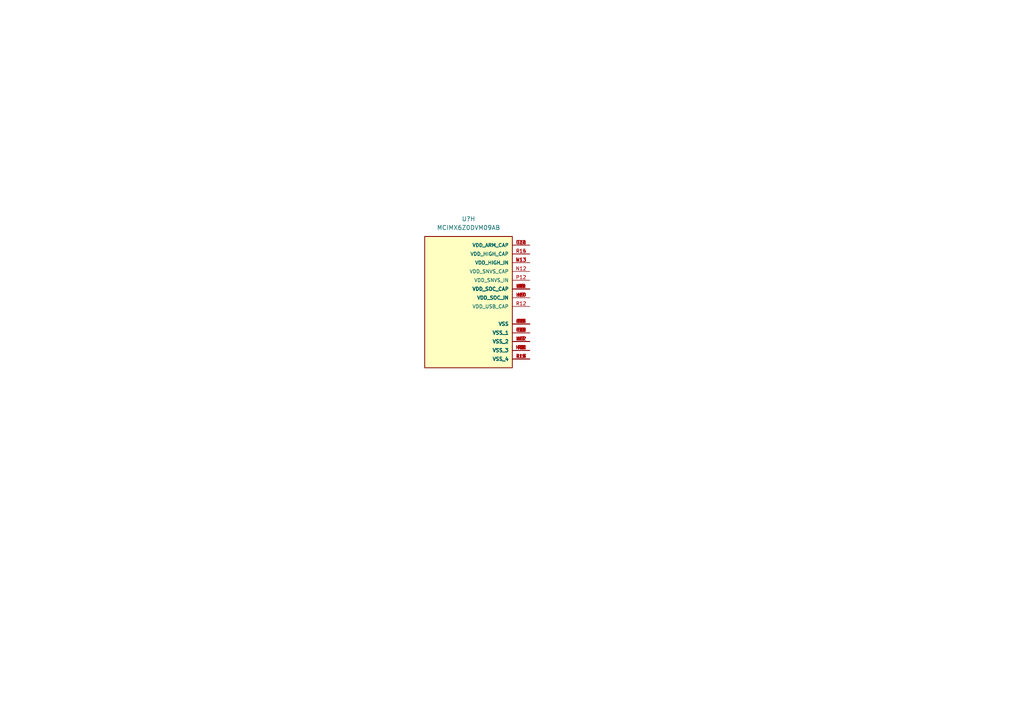
<source format=kicad_sch>
(kicad_sch (version 20211123) (generator eeschema)
  (paper "A4")
  (lib_symbols
    (symbol "MCIMX6Z0DVM09AB:MCIMX6Z0DVM09AB" (pin_names (offset 1.016))
      (property "Reference" "U" (at -33.02 31.75 0))
      (property "Value" "MCIMX6Z0DVM09AB" (at -33.02 -31.75 0))
      (symbol "MCIMX6Z0DVM09AB_1_0"
        (rectangle (start -33.02 -30.48) (end 33.02 30.48) (stroke (width 0.254)) (fill (type background)))
        (pin input clock (at -38.1 -5.08 0) (length 5.08) (name "I2C2_SCL") (number "F17"))
        (pin bidirectional line (at -38.1 -7.62 0) (length 5.08) (name "I2C2_SDA") (number "G13"))
        (pin power_in line (at 38.1 -27.94 180) (length 5.08) (name "NGND_KEL0") (number "M12"))
        (pin input clock (at 38.1 -10.16 180) (length 5.08) (name "JTAG_TCK") (number "M14"))
        (pin input line (at 38.1 -20.32 180) (length 5.08) (name "JTAG_TRST_B") (number "N14"))
        (pin output line (at 38.1 -15.24 180) (length 5.08) (name "JTAG_TDO") (number "N15"))
        (pin input line (at 38.1 -12.7 180) (length 5.08) (name "JTAG_TDI") (number "N16"))
        (pin input line (at -38.1 17.78 0) (length 5.08) (name "TEST_MODE") (number "N7"))
        (pin power_in line (at 38.1 27.94 180) (length 5.08) (name "NVCC_PLL") (number "P13"))
        (pin input line (at 38.1 -17.78 180) (length 5.08) (name "JTAG_TMS") (number "P14"))
        (pin input line (at 38.1 -7.62 180) (length 5.08) (name "JTAG_MOD") (number "P15"))
        (pin input clock (at -38.1 5.08 0) (length 5.08) (name "CCM_CLK1_N") (number "P16"))
        (pin input clock (at -38.1 2.54 0) (length 5.08) (name "CCM_CLK1_P") (number "P17"))
        (pin input line (at -38.1 20.32 0) (length 5.08) (name "POR_B") (number "P8"))
        (pin bidirectional line (at 38.1 22.86 180) (length 5.08) (name "GPANIO") (number "R13"))
        (pin input line (at -38.1 22.86 0) (length 5.08) (name "ONOFF") (number "R8"))
        (pin input line (at -38.1 12.7 0) (length 5.08) (name "BOOT_MODE0") (number "T10"))
        (pin input line (at -38.1 -20.32 0) (length 5.08) (name "RTC_XTALI") (number "T11"))
        (pin power_in line (at 38.1 5.08 180) (length 5.08) (name "USB_OTG1_VBUS") (number "T12"))
        (pin bidirectional line (at 38.1 2.54 180) (length 5.08) (name "USB_OTG2_DN") (number "T13"))
        (pin bidirectional line (at 38.1 10.16 180) (length 5.08) (name "USB_OTG1_DN") (number "T15"))
        (pin input line (at -38.1 -12.7 0) (length 5.08) (name "XTALI") (number "T16"))
        (pin output line (at -38.1 -15.24 0) (length 5.08) (name "XTALO") (number "T17"))
        (pin output line (at 38.1 17.78 180) (length 5.08) (name "SNVS_PMIC_ON_REQ") (number "T9"))
        (pin input line (at -38.1 10.16 0) (length 5.08) (name "BOOT_MODE1") (number "U10"))
        (pin output line (at -38.1 -22.86 0) (length 5.08) (name "RTC_XTALO") (number "U11"))
        (pin power_in line (at 38.1 -2.54 180) (length 5.08) (name "USB_OTG2_VBUS") (number "U12"))
        (pin bidirectional line (at 38.1 0 180) (length 5.08) (name "USB_OTG2_DP") (number "U13"))
        (pin bidirectional line (at 38.1 7.62 180) (length 5.08) (name "USB_OTG1_DP") (number "U15"))
        (pin bidirectional line (at 38.1 12.7 180) (length 5.08) (name "USB_OTG1_CHD_B") (number "U16"))
        (pin output line (at -38.1 0 0) (length 5.08) (name "CCM_PMIC_STBY_REQ") (number "U9"))
      )
      (symbol "MCIMX6Z0DVM09AB_2_0"
        (rectangle (start -25.4 -48.26) (end 25.4 45.72) (stroke (width 0.254)) (fill (type background)))
        (pin output line (at 30.48 17.78 180) (length 5.08) (name "DRAM_ODT1") (number "F1"))
        (pin output line (at 30.48 -43.18 180) (length 5.08) (name "DRAM_ADDR14") (number "G1"))
        (pin output line (at 30.48 -22.86 180) (length 5.08) (name "DRAM_ADDR06") (number "G2"))
        (pin output line (at 30.48 12.7 180) (length 5.08) (name "DRAM_RESET") (number "G4"))
        (pin power_in line (at 30.48 40.64 180) (length 5.08) (name "NVCC_DRAM") (number "G6"))
        (pin output line (at 30.48 7.62 180) (length 5.08) (name "DRAM_SDBA1") (number "H1"))
        (pin output line (at 30.48 -10.16 180) (length 5.08) (name "DRAM_ADDR01") (number "H2"))
        (pin output line (at 30.48 -40.64 180) (length 5.08) (name "DRAM_ADDR13") (number "H3"))
        (pin output line (at 30.48 -25.4 180) (length 5.08) (name "DRAM_ADDR07") (number "H4"))
        (pin output line (at 30.48 27.94 180) (length 5.08) (name "DRAM_CS1_B") (number "H5"))
        (pin power_in line (at 30.48 40.64 180) (length 5.08) (name "NVCC_DRAM") (number "H6"))
        (pin output line (at 30.48 -2.54 180) (length 5.08) (name "DRAM_SDWE_B") (number "J1"))
        (pin output line (at 30.48 33.02 180) (length 5.08) (name "DRAM_CAS_B") (number "J2"))
        (pin output line (at 30.48 0 180) (length 5.08) (name "DRAM_SDCKE1") (number "J3"))
        (pin output line (at 30.48 -27.94 180) (length 5.08) (name "DRAM_ADDR08") (number "J4"))
        (pin power_in line (at 30.48 40.64 180) (length 5.08) (name "NVCC_DRAM") (number "J6"))
        (pin output line (at 30.48 -12.7 180) (length 5.08) (name "DRAM_ADDR02") (number "K1"))
        (pin output line (at 30.48 5.08 180) (length 5.08) (name "DRAM_SDBA2") (number "K2"))
        (pin output line (at 30.48 -35.56 180) (length 5.08) (name "DRAM_ADDR11") (number "K3"))
        (pin output line (at 30.48 -17.78 180) (length 5.08) (name "DRAM_ADDR04") (number "K4"))
        (pin output line (at 30.48 -45.72 180) (length 5.08) (name "DRAM_ADDR15") (number "K5"))
        (pin power_in line (at 30.48 40.64 180) (length 5.08) (name "NVCC_DRAM") (number "K6"))
        (pin output line (at 30.48 -20.32 180) (length 5.08) (name "DRAM_ADDR05") (number "L1"))
        (pin output line (at 30.48 -30.48 180) (length 5.08) (name "DRAM_ADDR09") (number "L2"))
        (pin output line (at 30.48 -38.1 180) (length 5.08) (name "DRAM_ADDR12") (number "L4"))
        (pin output line (at 30.48 -7.62 180) (length 5.08) (name "DRAM_ADDR00") (number "L5"))
        (pin power_in line (at 30.48 40.64 180) (length 5.08) (name "NVCC_DRAM") (number "L6"))
        (pin output line (at 30.48 10.16 180) (length 5.08) (name "DRAM_SDBA0") (number "M1"))
        (pin output line (at 30.48 -15.24 180) (length 5.08) (name "DRAM_ADDR03") (number "M2"))
        (pin output line (at 30.48 2.54 180) (length 5.08) (name "DRAM_SDCKE0") (number "M3"))
        (pin output line (at 30.48 -33.02 180) (length 5.08) (name "DRAM_ADDR10") (number "M4"))
        (pin output line (at 30.48 15.24 180) (length 5.08) (name "DRAM_RAS_B") (number "M5"))
        (pin power_in line (at 30.48 40.64 180) (length 5.08) (name "NVCC_DRAM") (number "M6"))
        (pin output line (at 30.48 20.32 180) (length 5.08) (name "DRAM_ODT0") (number "N1"))
        (pin output line (at 30.48 30.48 180) (length 5.08) (name "DRAM_CS0_B") (number "N2"))
        (pin input line (at -30.48 10.16 0) (length 5.08) (name "DRAM_ZQPAD") (number "N4"))
        (pin power_in line (at 30.48 38.1 180) (length 5.08) (name "NVCC_DRAM_2P5") (number "N6"))
        (pin input clock (at -30.48 30.48 0) (length 5.08) (name "DRAM_SDCLK0_P") (number "P1"))
        (pin input clock (at -30.48 33.02 0) (length 5.08) (name "DRAM_SDCLK0_N") (number "P2"))
        (pin input line (at -30.48 -40.64 0) (length 5.08) (name "DRAM_DATA13") (number "P3"))
        (pin power_in line (at 30.48 43.18 180) (length 5.08) (name "DRAM_VREF") (number "P4"))
        (pin input line (at -30.48 -38.1 0) (length 5.08) (name "DRAM_DATA12") (number "P5"))
        (pin input line (at -30.48 25.4 0) (length 5.08) (name "DRAM_SDQS0_P") (number "P6"))
        (pin input line (at -30.48 22.86 0) (length 5.08) (name "DRAM_SDQS0_N") (number "P7"))
        (pin input line (at -30.48 -45.72 0) (length 5.08) (name "DRAM_DATA15") (number "R1"))
        (pin input line (at -30.48 -43.18 0) (length 5.08) (name "DRAM_DATA14") (number "R2"))
        (pin input line (at -30.48 -35.56 0) (length 5.08) (name "DRAM_DATA11") (number "R4"))
        (pin input line (at -30.48 17.78 0) (length 5.08) (name "DRAM_SDQS1_P") (number "T1"))
        (pin input line (at -30.48 15.24 0) (length 5.08) (name "DRAM_SDQS1_N") (number "T2"))
        (pin output line (at 30.48 22.86 180) (length 5.08) (name "DRAM_DQM1") (number "T3"))
        (pin input line (at -30.48 -7.62 0) (length 5.08) (name "DRAM_DATA00") (number "T4"))
        (pin input line (at -30.48 -22.86 0) (length 5.08) (name "DRAM_DATA06") (number "T5"))
        (pin input line (at -30.48 -12.7 0) (length 5.08) (name "DRAM_DATA02") (number "T6"))
        (pin output line (at 30.48 25.4 180) (length 5.08) (name "DRAM_DQM0") (number "T7"))
        (pin input line (at -30.48 -20.32 0) (length 5.08) (name "DRAM_DATA05") (number "T8"))
        (pin input line (at -30.48 -27.94 0) (length 5.08) (name "DRAM_DATA08") (number "U2"))
        (pin input line (at -30.48 -30.48 0) (length 5.08) (name "DRAM_DATA09") (number "U3"))
        (pin input line (at -30.48 -25.4 0) (length 5.08) (name "DRAM_DATA07") (number "U4"))
        (pin input line (at -30.48 -33.02 0) (length 5.08) (name "DRAM_DATA10") (number "U5"))
        (pin input line (at -30.48 -10.16 0) (length 5.08) (name "DRAM_DATA01") (number "U6"))
        (pin input line (at -30.48 -15.24 0) (length 5.08) (name "DRAM_DATA03") (number "U7"))
        (pin input line (at -30.48 -17.78 0) (length 5.08) (name "DRAM_DATA04") (number "U8"))
      )
      (symbol "MCIMX6Z0DVM09AB_3_0"
        (rectangle (start -20.32 -55.88) (end 20.32 55.88) (stroke (width 0.254)) (fill (type background)))
        (pin bidirectional line (at -25.4 -10.16 0) (length 5.08) (name "GPIO3_IO11") (number "A10"))
        (pin bidirectional line (at -25.4 -17.78 0) (length 5.08) (name "GPIO3_IO14") (number "A11"))
        (pin bidirectional line (at -25.4 -30.48 0) (length 5.08) (name "GPIO3_IO19") (number "A12"))
        (pin bidirectional line (at -25.4 -40.64 0) (length 5.08) (name "GPIO3_IO23") (number "A13"))
        (pin bidirectional line (at -25.4 -50.8 0) (length 5.08) (name "GPIO3_IO27") (number "A14"))
        (pin bidirectional line (at -25.4 17.78 0) (length 5.08) (name "GPIO3_IO00") (number "A8"))
        (pin bidirectional line (at -25.4 2.54 0) (length 5.08) (name "GPIO3_IO06") (number "A9"))
        (pin bidirectional line (at -25.4 -7.62 0) (length 5.08) (name "GPIO3_IO10") (number "B10"))
        (pin bidirectional line (at -25.4 -15.24 0) (length 5.08) (name "GPIO3_IO13") (number "B11"))
        (pin bidirectional line (at -25.4 -27.94 0) (length 5.08) (name "GPIO3_IO18") (number "B12"))
        (pin bidirectional line (at -25.4 -38.1 0) (length 5.08) (name "GPIO3_IO22") (number "B13"))
        (pin bidirectional line (at -25.4 -48.26 0) (length 5.08) (name "GPIO3_IO26") (number "B14"))
        (pin bidirectional line (at -25.4 -53.34 0) (length 5.08) (name "GPIO3_IO28") (number "B16"))
        (pin bidirectional line (at -25.4 15.24 0) (length 5.08) (name "GPIO3_IO01") (number "B8"))
        (pin bidirectional line (at -25.4 5.08 0) (length 5.08) (name "GPIO3_IO05") (number "B9"))
        (pin bidirectional line (at -25.4 -5.08 0) (length 5.08) (name "GPIO3_IO09") (number "C10"))
        (pin bidirectional line (at -25.4 -25.4 0) (length 5.08) (name "GPIO3_IO17") (number "C12"))
        (pin bidirectional line (at -25.4 -35.56 0) (length 5.08) (name "GPIO3_IO21") (number "C13"))
        (pin bidirectional line (at -25.4 -45.72 0) (length 5.08) (name "GPIO3_IO25") (number "C14"))
        (pin bidirectional line (at -25.4 10.16 0) (length 5.08) (name "GPIO3_IO03") (number "C9"))
        (pin bidirectional line (at -25.4 -2.54 0) (length 5.08) (name "GPIO3_IO08") (number "D10"))
        (pin bidirectional line (at -25.4 -12.7 0) (length 5.08) (name "GPIO3_IO12") (number "D11"))
        (pin bidirectional line (at -25.4 -22.86 0) (length 5.08) (name "GPIO3_IO16") (number "D12"))
        (pin bidirectional line (at -25.4 -33.02 0) (length 5.08) (name "GPIO3_IO20") (number "D13"))
        (pin bidirectional line (at -25.4 -43.18 0) (length 5.08) (name "GPIO3_IO24") (number "D14"))
        (pin bidirectional line (at -25.4 12.7 0) (length 5.08) (name "GPIO3_IO02") (number "D9"))
        (pin bidirectional line (at -25.4 0 0) (length 5.08) (name "GPIO3_IO07") (number "E10"))
        (pin bidirectional line (at -25.4 -20.32 0) (length 5.08) (name "GPIO3_IO15") (number "E12"))
        (pin power_in line (at 25.4 50.8 180) (length 5.08) (name "NVCC_GPIO3") (number "E13"))
        (pin bidirectional line (at -25.4 7.62 0) (length 5.08) (name "GPIO3_IO04") (number "E9"))
        (pin power_in line (at 25.4 53.34 180) (length 5.08) (name "NVCC_GPIO") (number "J13"))
        (pin bidirectional line (at -25.4 45.72 0) (length 5.08) (name "GPIO1_IO00") (number "K13"))
        (pin bidirectional line (at -25.4 30.48 0) (length 5.08) (name "GPIO1_IO06") (number "K17"))
        (pin bidirectional line (at -25.4 40.64 0) (length 5.08) (name "GPIO1_IO02") (number "L14"))
        (pin bidirectional line (at -25.4 43.18 0) (length 5.08) (name "GPIO1_IO01") (number "L15"))
        (pin bidirectional line (at -25.4 27.94 0) (length 5.08) (name "GPIO1_IO07") (number "L16"))
        (pin bidirectional line (at -25.4 38.1 0) (length 5.08) (name "GPIO1_IO03") (number "L17"))
        (pin bidirectional line (at -25.4 22.86 0) (length 5.08) (name "GPIO1_IO09") (number "M15"))
        (pin bidirectional line (at -25.4 35.56 0) (length 5.08) (name "GPIO1_IO04") (number "M16"))
        (pin bidirectional line (at -25.4 33.02 0) (length 5.08) (name "GPIO1_IO05") (number "M17"))
        (pin bidirectional line (at 25.4 27.94 180) (length 5.08) (name "GPIO5_IO07") (number "N10"))
        (pin bidirectional line (at 25.4 30.48 180) (length 5.08) (name "GPIO5_IO06") (number "N11"))
        (pin bidirectional line (at -25.4 25.4 0) (length 5.08) (name "GPIO1_IO08") (number "N17"))
        (pin bidirectional line (at 25.4 33.02 180) (length 5.08) (name "GPIO5_IO05") (number "N8"))
        (pin bidirectional line (at 25.4 25.4 180) (length 5.08) (name "GPIO5_IO08") (number "N9"))
        (pin bidirectional line (at 25.4 38.1 180) (length 5.08) (name "GPIO5_IO03") (number "P10"))
        (pin bidirectional line (at 25.4 40.64 180) (length 5.08) (name "GPIO5_IO02") (number "P11"))
        (pin bidirectional line (at 25.4 35.56 180) (length 5.08) (name "GPIO5_IO04") (number "P9"))
        (pin bidirectional line (at 25.4 45.72 180) (length 5.08) (name "GPIO5_IO00") (number "R10"))
        (pin bidirectional line (at 25.4 22.86 180) (length 5.08) (name "GPIO5_IO09") (number "R6"))
        (pin bidirectional line (at 25.4 43.18 180) (length 5.08) (name "GPIO5_IO01") (number "R9"))
      )
      (symbol "MCIMX6Z0DVM09AB_4_0"
        (rectangle (start -25.4 -25.4) (end 25.4 25.4) (stroke (width 0.254)) (fill (type background)))
        (pin input line (at -30.48 -10.16 0) (length 5.08) (name "UART3_RTS_B") (number "G14"))
        (pin output line (at -30.48 -20.32 0) (length 5.08) (name "UART4_RX_DATA") (number "G16"))
        (pin input line (at -30.48 -22.86 0) (length 5.08) (name "UART4_TX_DATA") (number "G17"))
        (pin power_in line (at 30.48 22.86 180) (length 5.08) (name "NVCC_UART") (number "H13"))
        (pin input line (at -30.48 2.54 0) (length 5.08) (name "UART2_RTS_B") (number "H14"))
        (pin input line (at -30.48 -7.62 0) (length 5.08) (name "UART3_CTS_B") (number "H15"))
        (pin output line (at -30.48 -12.7 0) (length 5.08) (name "UART3_RX_DATA") (number "H16"))
        (pin input line (at -30.48 -15.24 0) (length 5.08) (name "UART3_TX_DATA") (number "H17"))
        (pin input line (at -30.48 15.24 0) (length 5.08) (name "UART1_RTS_B") (number "J14"))
        (pin input line (at -30.48 5.08 0) (length 5.08) (name "UART2_CTS_B") (number "J15"))
        (pin output line (at -30.48 0 0) (length 5.08) (name "UART2_RX_DATA") (number "J16"))
        (pin input line (at -30.48 -2.54 0) (length 5.08) (name "UART2_TX_DATA") (number "J17"))
        (pin input line (at -30.48 10.16 0) (length 5.08) (name "UART1_TX_DATA") (number "K14"))
        (pin input line (at -30.48 17.78 0) (length 5.08) (name "UART1_CTS_B") (number "K15"))
        (pin output line (at -30.48 12.7 0) (length 5.08) (name "UART1_RX_DATA") (number "K16"))
      )
      (symbol "MCIMX6Z0DVM09AB_5_0"
        (rectangle (start -22.86 -27.94) (end 22.86 25.4) (stroke (width 0.254)) (fill (type background)))
        (pin input line (at -27.94 2.54 0) (length 5.08) (name "NAND_READY_B") (number "A3"))
        (pin input line (at -27.94 10.16 0) (length 5.08) (name "NAND_CLE") (number "A4"))
        (pin bidirectional line (at -27.94 -25.4 0) (length 5.08) (name "NAND_DATA07") (number "A5"))
        (pin bidirectional line (at -27.94 -22.86 0) (length 5.08) (name "NAND_DATA06") (number "A6"))
        (pin bidirectional line (at -27.94 -12.7 0) (length 5.08) (name "NAND_DATA02") (number "A7"))
        (pin input line (at -27.94 17.78 0) (length 5.08) (name "NAND_ALE") (number "B4"))
        (pin input line (at -27.94 12.7 0) (length 5.08) (name "NAND_CE1_B") (number "B5"))
        (pin bidirectional line (at -27.94 -20.32 0) (length 5.08) (name "NAND_DATA05") (number "B6"))
        (pin bidirectional line (at -27.94 -10.16 0) (length 5.08) (name "NAND_DATA01") (number "B7"))
        (pin input line (at -27.94 15.24 0) (length 5.08) (name "NAND_CE0_B") (number "C5"))
        (pin bidirectional line (at -27.94 -17.78 0) (length 5.08) (name "NAND_DATA04") (number "C6"))
        (pin input line (at -27.94 0 0) (length 5.08) (name "NAND_WE_B") (number "C8"))
        (pin input line (at -27.94 -2.54 0) (length 5.08) (name "NAND_WP_B") (number "D5"))
        (pin bidirectional line (at -27.94 -15.24 0) (length 5.08) (name "NAND_DATA03") (number "D6"))
        (pin bidirectional line (at -27.94 -7.62 0) (length 5.08) (name "NAND_DATA00") (number "D7"))
        (pin input line (at -27.94 5.08 0) (length 5.08) (name "NAND_RE_B") (number "D8"))
        (pin input line (at -27.94 7.62 0) (length 5.08) (name "NAND_DQS") (number "E6"))
        (pin power_in line (at 27.94 22.86 180) (length 5.08) (name "NVCC_NAND") (number "E7"))
      )
      (symbol "MCIMX6Z0DVM09AB_6_0"
        (rectangle (start -17.78 -27.94) (end 17.78 30.48) (stroke (width 0.254)) (fill (type background)))
        (pin bidirectional line (at -22.86 7.62 0) (length 5.08) (name "SD1_DATA3") (number "A2"))
        (pin bidirectional line (at -22.86 10.16 0) (length 5.08) (name "SD1_DATA2") (number "B1"))
        (pin bidirectional line (at -22.86 12.7 0) (length 5.08) (name "SD1_DATA1") (number "B2"))
        (pin bidirectional line (at -22.86 15.24 0) (length 5.08) (name "SD1_DATA0") (number "B3"))
        (pin input clock (at -22.86 20.32 0) (length 5.08) (name "SD1_CLK") (number "C1"))
        (pin input line (at -22.86 17.78 0) (length 5.08) (name "SD1_CMD") (number "C2"))
        (pin power_in line (at 22.86 27.94 180) (length 5.08) (name "NVCC_SD1") (number "C4"))
        (pin bidirectional line (at -22.86 -25.4 0) (length 5.08) (name "SD2_DATA7") (number "D1"))
        (pin bidirectional line (at -22.86 -22.86 0) (length 5.08) (name "SD2_DATA6") (number "D2"))
        (pin bidirectional line (at -22.86 -20.32 0) (length 5.08) (name "SD2_DATA5") (number "D3"))
        (pin bidirectional line (at -22.86 -17.78 0) (length 5.08) (name "SD2_DATA4") (number "D4"))
        (pin bidirectional line (at -22.86 -15.24 0) (length 5.08) (name "SD2_DATA3") (number "E1"))
        (pin bidirectional line (at -22.86 -12.7 0) (length 5.08) (name "SD2_DATA2") (number "E2"))
        (pin bidirectional line (at -22.86 -10.16 0) (length 5.08) (name "SD2_DATA1") (number "E3"))
        (pin bidirectional line (at -22.86 -7.62 0) (length 5.08) (name "SD2_DATA0") (number "E4"))
        (pin input line (at -22.86 -5.08 0) (length 5.08) (name "SD2_WP") (number "E5"))
        (pin input clock (at -22.86 0 0) (length 5.08) (name "SD2_CLK") (number "F2"))
        (pin input line (at -22.86 -2.54 0) (length 5.08) (name "SD2_CMD") (number "F3"))
        (pin power_in line (at 22.86 25.4 180) (length 5.08) (name "NVCC_SD2") (number "F4"))
        (pin input line (at -22.86 2.54 0) (length 5.08) (name "SD2_CD_B") (number "F5"))
      )
      (symbol "MCIMX6Z0DVM09AB_7_0"
        (rectangle (start -15.24 -25.4) (end 15.24 25.4) (stroke (width 0.254)) (fill (type background)))
        (pin input line (at -20.32 5.08 0) (length 5.08) (name "KPP_COL5") (number "A15"))
        (pin input line (at -20.32 -20.32 0) (length 5.08) (name "KPP_ROW6") (number "A16"))
        (pin input line (at -20.32 2.54 0) (length 5.08) (name "KPP_COL6") (number "B15"))
        (pin input line (at -20.32 -17.78 0) (length 5.08) (name "KPP_ROW5") (number "B17"))
        (pin input line (at -20.32 7.62 0) (length 5.08) (name "KPP_COL4") (number "C16"))
        (pin input line (at -20.32 -15.24 0) (length 5.08) (name "KPP_ROW4") (number "C17"))
        (pin input line (at -20.32 10.16 0) (length 5.08) (name "KPP_COL3") (number "D15"))
        (pin input line (at -20.32 0 0) (length 5.08) (name "KPP_COL7") (number "D16"))
        (pin input line (at -20.32 -22.86 0) (length 5.08) (name "KPP_ROW7") (number "D17"))
        (pin input line (at -20.32 -10.16 0) (length 5.08) (name "KPP_ROW2") (number "E14"))
        (pin input line (at -20.32 15.24 0) (length 5.08) (name "KPP_COL1") (number "E15"))
        (pin input line (at -20.32 -7.62 0) (length 5.08) (name "KPP_ROW1") (number "E16"))
        (pin input line (at -20.32 17.78 0) (length 5.08) (name "KPP_COL0") (number "E17"))
        (pin power_in line (at 20.32 22.86 180) (length 5.08) (name "NVCC_KPP") (number "F13"))
        (pin input line (at -20.32 -12.7 0) (length 5.08) (name "KPP_ROW3") (number "F14"))
        (pin input line (at -20.32 12.7 0) (length 5.08) (name "KPP_COL2") (number "F15"))
        (pin input line (at -20.32 -5.08 0) (length 5.08) (name "KPP_ROW0") (number "F16"))
      )
      (symbol "MCIMX6Z0DVM09AB_8_0"
        (rectangle (start -12.7 -20.32) (end 12.7 17.78) (stroke (width 0.254)) (fill (type background)))
        (pin power_in line (at 17.78 -7.62 180) (length 5.08) (name "VSS") (number "A1"))
        (pin power_in line (at 17.78 -7.62 180) (length 5.08) (name "VSS") (number "A17"))
        (pin power_in line (at 17.78 -7.62 180) (length 5.08) (name "VSS") (number "C11"))
        (pin power_in line (at 17.78 -7.62 180) (length 5.08) (name "VSS") (number "C15"))
        (pin power_in line (at 17.78 -7.62 180) (length 5.08) (name "VSS") (number "C3"))
        (pin power_in line (at 17.78 -7.62 180) (length 5.08) (name "VSS") (number "C7"))
        (pin power_in line (at 17.78 -7.62 180) (length 5.08) (name "VSS") (number "E11"))
        (pin power_in line (at 17.78 -7.62 180) (length 5.08) (name "VSS") (number "E8"))
        (pin power_in line (at 17.78 -10.16 180) (length 5.08) (name "VSS_1") (number "F10"))
        (pin power_in line (at 17.78 -10.16 180) (length 5.08) (name "VSS_1") (number "F11"))
        (pin power_in line (at 17.78 -10.16 180) (length 5.08) (name "VSS_1") (number "F12"))
        (pin power_in line (at 17.78 -7.62 180) (length 5.08) (name "VSS") (number "F6"))
        (pin power_in line (at 17.78 -7.62 180) (length 5.08) (name "VSS") (number "F7"))
        (pin power_in line (at 17.78 -10.16 180) (length 5.08) (name "VSS_1") (number "F8"))
        (pin power_in line (at 17.78 -10.16 180) (length 5.08) (name "VSS_1") (number "F9"))
        (pin power_in line (at 17.78 15.24 180) (length 5.08) (name "VDD_ARM_CAP") (number "G10"))
        (pin power_in line (at 17.78 15.24 180) (length 5.08) (name "VDD_ARM_CAP") (number "G11"))
        (pin power_in line (at 17.78 -10.16 180) (length 5.08) (name "VSS_1") (number "G12"))
        (pin power_in line (at 17.78 -10.16 180) (length 5.08) (name "VSS_1") (number "G15"))
        (pin power_in line (at 17.78 -10.16 180) (length 5.08) (name "VSS_1") (number "G3"))
        (pin power_in line (at 17.78 -10.16 180) (length 5.08) (name "VSS_1") (number "G5"))
        (pin power_in line (at 17.78 -10.16 180) (length 5.08) (name "VSS_1") (number "G7"))
        (pin power_in line (at 17.78 2.54 180) (length 5.08) (name "VDD_SOC_CAP") (number "G8"))
        (pin power_in line (at 17.78 15.24 180) (length 5.08) (name "VDD_ARM_CAP") (number "G9"))
        (pin power_in line (at 17.78 0 180) (length 5.08) (name "VDD_SOC_IN") (number "H10"))
        (pin power_in line (at 17.78 15.24 180) (length 5.08) (name "VDD_ARM_CAP") (number "H11"))
        (pin power_in line (at 17.78 -12.7 180) (length 5.08) (name "VSS_2") (number "H12"))
        (pin power_in line (at 17.78 -12.7 180) (length 5.08) (name "VSS_2") (number "H7"))
        (pin power_in line (at 17.78 2.54 180) (length 5.08) (name "VDD_SOC_CAP") (number "H8"))
        (pin power_in line (at 17.78 0 180) (length 5.08) (name "VDD_SOC_IN") (number "H9"))
        (pin power_in line (at 17.78 0 180) (length 5.08) (name "VDD_SOC_IN") (number "J10"))
        (pin power_in line (at 17.78 2.54 180) (length 5.08) (name "VDD_SOC_CAP") (number "J11"))
        (pin power_in line (at 17.78 -12.7 180) (length 5.08) (name "VSS_2") (number "J12"))
        (pin power_in line (at 17.78 -12.7 180) (length 5.08) (name "VSS_2") (number "J5"))
        (pin power_in line (at 17.78 -12.7 180) (length 5.08) (name "VSS_2") (number "J7"))
        (pin power_in line (at 17.78 2.54 180) (length 5.08) (name "VDD_SOC_CAP") (number "J8"))
        (pin power_in line (at 17.78 0 180) (length 5.08) (name "VDD_SOC_IN") (number "J9"))
        (pin power_in line (at 17.78 0 180) (length 5.08) (name "VDD_SOC_IN") (number "K10"))
        (pin power_in line (at 17.78 2.54 180) (length 5.08) (name "VDD_SOC_CAP") (number "K11"))
        (pin power_in line (at 17.78 -12.7 180) (length 5.08) (name "VSS_2") (number "K12"))
        (pin power_in line (at 17.78 -12.7 180) (length 5.08) (name "VSS_2") (number "K7"))
        (pin power_in line (at 17.78 2.54 180) (length 5.08) (name "VDD_SOC_CAP") (number "K8"))
        (pin power_in line (at 17.78 0 180) (length 5.08) (name "VDD_SOC_IN") (number "K9"))
        (pin power_in line (at 17.78 2.54 180) (length 5.08) (name "VDD_SOC_CAP") (number "L10"))
        (pin power_in line (at 17.78 2.54 180) (length 5.08) (name "VDD_SOC_CAP") (number "L11"))
        (pin power_in line (at 17.78 -12.7 180) (length 5.08) (name "VSS_2") (number "L12"))
        (pin power_in line (at 17.78 10.16 180) (length 5.08) (name "VDD_HIGH_IN") (number "L13"))
        (pin power_in line (at 17.78 -12.7 180) (length 5.08) (name "VSS_2") (number "L3"))
        (pin power_in line (at 17.78 -12.7 180) (length 5.08) (name "VSS_2") (number "L7"))
        (pin power_in line (at 17.78 2.54 180) (length 5.08) (name "VDD_SOC_CAP") (number "L8"))
        (pin power_in line (at 17.78 2.54 180) (length 5.08) (name "VDD_SOC_CAP") (number "L9"))
        (pin power_in line (at 17.78 -15.24 180) (length 5.08) (name "VSS_3") (number "M10"))
        (pin power_in line (at 17.78 -15.24 180) (length 5.08) (name "VSS_3") (number "M11"))
        (pin power_in line (at 17.78 10.16 180) (length 5.08) (name "VDD_HIGH_IN") (number "M13"))
        (pin power_in line (at 17.78 -15.24 180) (length 5.08) (name "VSS_3") (number "M7"))
        (pin power_in line (at 17.78 -15.24 180) (length 5.08) (name "VSS_3") (number "M8"))
        (pin power_in line (at 17.78 -15.24 180) (length 5.08) (name "VSS_3") (number "M9"))
        (pin power_in line (at 17.78 7.62 180) (length 5.08) (name "VDD_SNVS_CAP") (number "N12"))
        (pin power_in line (at 17.78 10.16 180) (length 5.08) (name "VDD_HIGH_IN") (number "N13"))
        (pin power_in line (at 17.78 -15.24 180) (length 5.08) (name "VSS_3") (number "N3"))
        (pin power_in line (at 17.78 -15.24 180) (length 5.08) (name "VSS_3") (number "N5"))
        (pin power_in line (at 17.78 5.08 180) (length 5.08) (name "VDD_SNVS_IN") (number "P12"))
        (pin power_in line (at 17.78 -17.78 180) (length 5.08) (name "VSS_4") (number "R11"))
        (pin power_in line (at 17.78 -2.54 180) (length 5.08) (name "VDD_USB_CAP") (number "R12"))
        (pin power_in line (at 17.78 12.7 180) (length 5.08) (name "VDD_HIGH_CAP") (number "R14"))
        (pin power_in line (at 17.78 12.7 180) (length 5.08) (name "VDD_HIGH_CAP") (number "R15"))
        (pin power_in line (at 17.78 -17.78 180) (length 5.08) (name "VSS_4") (number "R16"))
        (pin power_in line (at 17.78 -17.78 180) (length 5.08) (name "VSS_4") (number "R17"))
        (pin power_in line (at 17.78 -15.24 180) (length 5.08) (name "VSS_3") (number "R3"))
        (pin power_in line (at 17.78 -15.24 180) (length 5.08) (name "VSS_3") (number "R5"))
        (pin power_in line (at 17.78 -15.24 180) (length 5.08) (name "VSS_3") (number "R7"))
        (pin power_in line (at 17.78 -17.78 180) (length 5.08) (name "VSS_4") (number "T14"))
        (pin power_in line (at 17.78 -17.78 180) (length 5.08) (name "VSS_4") (number "U1"))
        (pin power_in line (at 17.78 -17.78 180) (length 5.08) (name "VSS_4") (number "U14"))
        (pin power_in line (at 17.78 -17.78 180) (length 5.08) (name "VSS_4") (number "U17"))
      )
    )
  )
  (symbol (lib_id "MCIMX6Z0DVM09AB:MCIMX6Z0DVM09AB") (at 135.89 86.36 0) (unit 8)
    (property "Reference" "U?" (at 135.89 63.5 0))
    (property "Value" "MCIMX6Z0DVM09AB" (at 135.89 66.04 0))
    (property "Footprint" "BGA289C80P17X17_1400X1400X132" (effects hide))
    (property "PARTREV" "0" (effects hide))
    (property "STANDARD" "IPC 7351B" (effects hide))
    (property "SNAPEDA_PN" "MCIMX6Z0DVM09AB" (effects hide))
    (property "MAXIMUM_PACKAGE_HEIGHT" "1.32mm" (effects hide))
    (property "MANUFACTURER" "NXP" (effects hide))
  )
)
</source>
